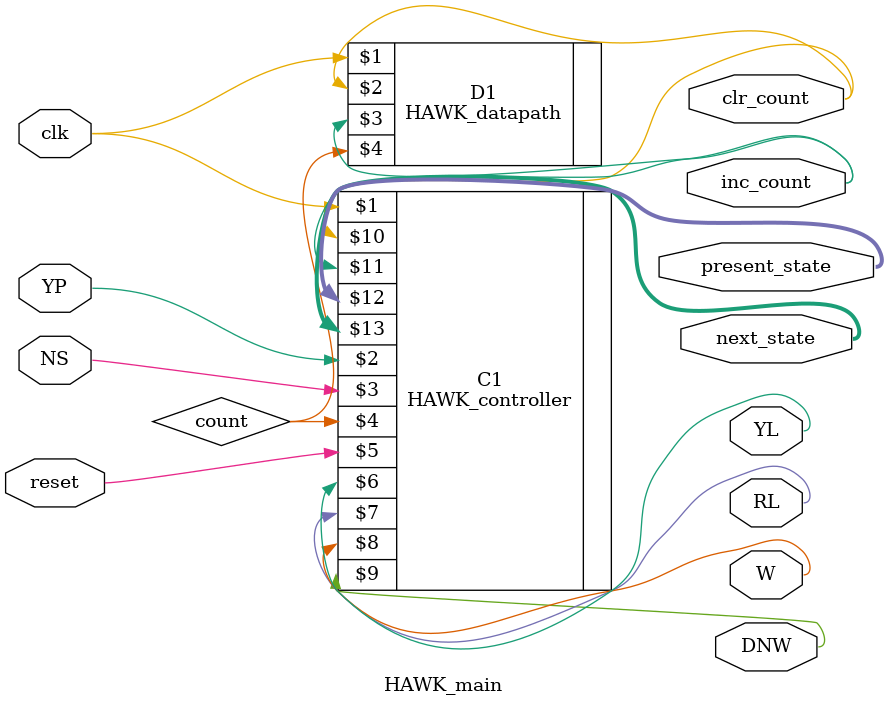
<source format=v>
`timescale 1ns / 1ps


module HAWK_main(
    input clk, YP, NS, reset,
    output YL, RL, W, DNW, clr_count, inc_count,
    output [3:0] present_state, next_state
    );
    
    wire count;
    
    HAWK_controller C1(clk, YP, NS, count, reset, YL, RL, W, DNW, clr_count, inc_count, present_state, next_state);
    HAWK_datapath D1(clk, clr_count, inc_count, count);
    
endmodule
</source>
